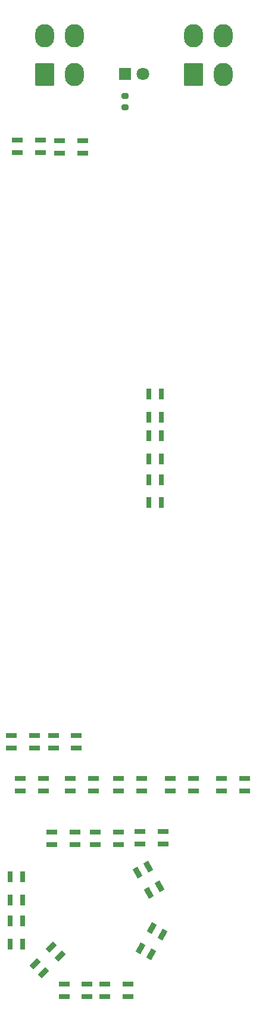
<source format=gbr>
%TF.GenerationSoftware,KiCad,Pcbnew,(6.0.9)*%
%TF.CreationDate,2023-01-06T18:17:57-09:00*%
%TF.ProjectId,DEFOG PANEL,4445464f-4720-4504-914e-454c2e6b6963,rev?*%
%TF.SameCoordinates,Original*%
%TF.FileFunction,Soldermask,Top*%
%TF.FilePolarity,Negative*%
%FSLAX46Y46*%
G04 Gerber Fmt 4.6, Leading zero omitted, Abs format (unit mm)*
G04 Created by KiCad (PCBNEW (6.0.9)) date 2023-01-06 18:17:57*
%MOMM*%
%LPD*%
G01*
G04 APERTURE LIST*
G04 Aperture macros list*
%AMRoundRect*
0 Rectangle with rounded corners*
0 $1 Rounding radius*
0 $2 $3 $4 $5 $6 $7 $8 $9 X,Y pos of 4 corners*
0 Add a 4 corners polygon primitive as box body*
4,1,4,$2,$3,$4,$5,$6,$7,$8,$9,$2,$3,0*
0 Add four circle primitives for the rounded corners*
1,1,$1+$1,$2,$3*
1,1,$1+$1,$4,$5*
1,1,$1+$1,$6,$7*
1,1,$1+$1,$8,$9*
0 Add four rect primitives between the rounded corners*
20,1,$1+$1,$2,$3,$4,$5,0*
20,1,$1+$1,$4,$5,$6,$7,0*
20,1,$1+$1,$6,$7,$8,$9,0*
20,1,$1+$1,$8,$9,$2,$3,0*%
%AMRotRect*
0 Rectangle, with rotation*
0 The origin of the aperture is its center*
0 $1 length*
0 $2 width*
0 $3 Rotation angle, in degrees counterclockwise*
0 Add horizontal line*
21,1,$1,$2,0,0,$3*%
G04 Aperture macros list end*
%ADD10R,1.500000X0.800000*%
%ADD11R,0.800000X1.500000*%
%ADD12RoundRect,0.200000X-0.275000X0.200000X-0.275000X-0.200000X0.275000X-0.200000X0.275000X0.200000X0*%
%ADD13RotRect,1.500000X0.800000X60.000000*%
%ADD14RotRect,1.500000X0.800000X120.000000*%
%ADD15RotRect,1.500000X0.800000X45.000000*%
%ADD16R,1.800000X1.800000*%
%ADD17C,1.800000*%
%ADD18RoundRect,0.250001X-1.099999X-1.399999X1.099999X-1.399999X1.099999X1.399999X-1.099999X1.399999X0*%
%ADD19O,2.700000X3.300000*%
G04 APERTURE END LIST*
D10*
%TO.C,D1*%
X123410000Y-58155000D03*
X123410000Y-59935000D03*
X126690000Y-59935000D03*
X126690000Y-58155000D03*
%TD*%
%TO.C,D2*%
X129440000Y-58190000D03*
X129440000Y-59970000D03*
X132720000Y-59970000D03*
X132720000Y-58190000D03*
%TD*%
D11*
%TO.C,D3*%
X143895000Y-94250000D03*
X142115000Y-94250000D03*
X142115000Y-97530000D03*
X143895000Y-97530000D03*
%TD*%
%TO.C,D4*%
X143925000Y-100140000D03*
X142145000Y-100140000D03*
X142145000Y-103420000D03*
X143925000Y-103420000D03*
%TD*%
%TO.C,D5*%
X143905000Y-106360000D03*
X142125000Y-106360000D03*
X142125000Y-109640000D03*
X143905000Y-109640000D03*
%TD*%
D10*
%TO.C,D6*%
X122590000Y-142695000D03*
X122590000Y-144475000D03*
X125870000Y-144475000D03*
X125870000Y-142695000D03*
%TD*%
%TO.C,D7*%
X128570000Y-142700000D03*
X128570000Y-144480000D03*
X131850000Y-144480000D03*
X131850000Y-142700000D03*
%TD*%
%TO.C,D8*%
X123864000Y-148829000D03*
X123864000Y-150609000D03*
X127144000Y-150609000D03*
X127144000Y-148829000D03*
%TD*%
%TO.C,D9*%
X130976000Y-148829000D03*
X130976000Y-150609000D03*
X134256000Y-150609000D03*
X134256000Y-148829000D03*
%TD*%
%TO.C,D10*%
X137834000Y-148829000D03*
X137834000Y-150609000D03*
X141114000Y-150609000D03*
X141114000Y-148829000D03*
%TD*%
%TO.C,D11*%
X145200000Y-148829000D03*
X145200000Y-150609000D03*
X148480000Y-150609000D03*
X148480000Y-148829000D03*
%TD*%
%TO.C,D12*%
X152510000Y-148829000D03*
X152510000Y-150609000D03*
X155790000Y-150609000D03*
X155790000Y-148829000D03*
%TD*%
%TO.C,D13*%
X128380000Y-156477000D03*
X128380000Y-158257000D03*
X131660000Y-158257000D03*
X131660000Y-156477000D03*
%TD*%
%TO.C,D14*%
X134532000Y-156449000D03*
X134532000Y-158229000D03*
X137812000Y-158229000D03*
X137812000Y-156449000D03*
%TD*%
%TO.C,D15*%
X140882000Y-156336000D03*
X140882000Y-158116000D03*
X144162000Y-158116000D03*
X144162000Y-156336000D03*
%TD*%
D11*
%TO.C,D22*%
X124225000Y-162790000D03*
X122445000Y-162790000D03*
X122445000Y-166070000D03*
X124225000Y-166070000D03*
%TD*%
%TO.C,D21*%
X124205000Y-169050000D03*
X122425000Y-169050000D03*
X122425000Y-172330000D03*
X124205000Y-172330000D03*
%TD*%
D12*
%TO.C,R1*%
X138720000Y-51835000D03*
X138720000Y-53485000D03*
%TD*%
D13*
%TO.C,D17*%
X140939237Y-172910282D03*
X142480763Y-173800282D03*
X144120763Y-170959718D03*
X142579237Y-170069718D03*
%TD*%
D14*
%TO.C,D16*%
X142146237Y-165067282D03*
X143687763Y-164177282D03*
X142047763Y-161336718D03*
X140506237Y-162226718D03*
%TD*%
D15*
%TO.C,D20*%
X125935020Y-175129330D03*
X127193670Y-176387980D03*
X129512980Y-174068670D03*
X128254330Y-172810020D03*
%TD*%
D10*
%TO.C,D19*%
X130090000Y-178045000D03*
X130090000Y-179825000D03*
X133370000Y-179825000D03*
X133370000Y-178045000D03*
%TD*%
%TO.C,D18*%
X135857000Y-178057000D03*
X135857000Y-179837000D03*
X139137000Y-179837000D03*
X139137000Y-178057000D03*
%TD*%
D16*
%TO.C,D30*%
X138710000Y-48780000D03*
D17*
X141250000Y-48780000D03*
%TD*%
D18*
%TO.C,J1*%
X148530000Y-48820000D03*
D19*
X152730000Y-48820000D03*
X148530000Y-43320000D03*
X152730000Y-43320000D03*
%TD*%
D18*
%TO.C,J2*%
X127320000Y-48820000D03*
D19*
X131520000Y-48820000D03*
X127320000Y-43320000D03*
X131520000Y-43320000D03*
%TD*%
M02*

</source>
